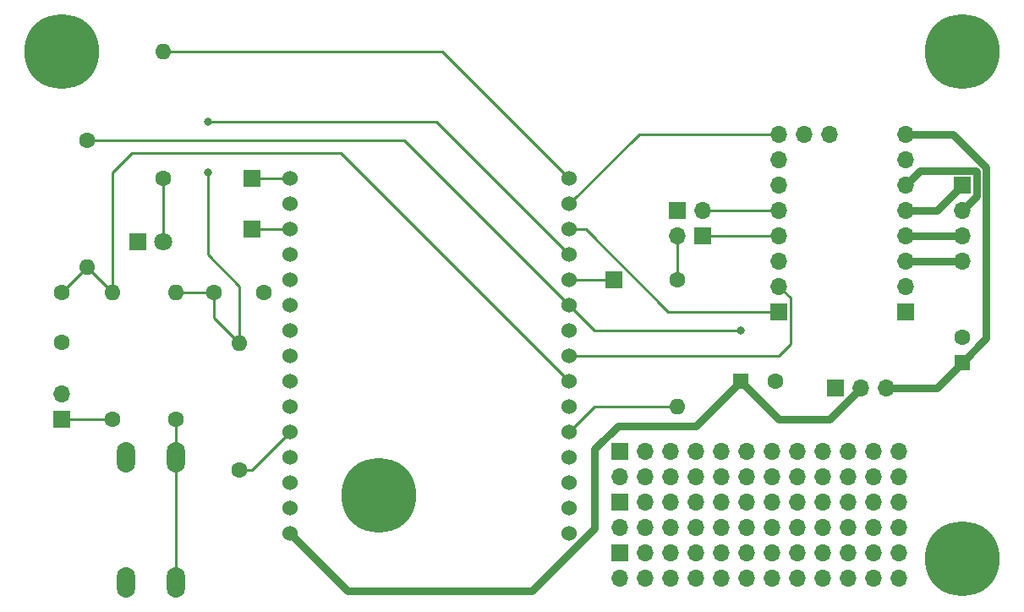
<source format=gbl>
G04 #@! TF.GenerationSoftware,KiCad,Pcbnew,(5.1.12)-1*
G04 #@! TF.CreationDate,2022-02-06T22:11:33+01:00*
G04 #@! TF.ProjectId,curtain_wiring,63757274-6169-46e5-9f77-6972696e672e,rev?*
G04 #@! TF.SameCoordinates,Original*
G04 #@! TF.FileFunction,Copper,L2,Bot*
G04 #@! TF.FilePolarity,Positive*
%FSLAX46Y46*%
G04 Gerber Fmt 4.6, Leading zero omitted, Abs format (unit mm)*
G04 Created by KiCad (PCBNEW (5.1.12)-1) date 2022-02-06 22:11:33*
%MOMM*%
%LPD*%
G01*
G04 APERTURE LIST*
G04 #@! TA.AperFunction,ComponentPad*
%ADD10R,1.700000X1.700000*%
G04 #@! TD*
G04 #@! TA.AperFunction,ComponentPad*
%ADD11O,1.700000X1.700000*%
G04 #@! TD*
G04 #@! TA.AperFunction,ComponentPad*
%ADD12C,1.600000*%
G04 #@! TD*
G04 #@! TA.AperFunction,ComponentPad*
%ADD13R,1.600000X1.600000*%
G04 #@! TD*
G04 #@! TA.AperFunction,ComponentPad*
%ADD14R,1.800000X1.800000*%
G04 #@! TD*
G04 #@! TA.AperFunction,ComponentPad*
%ADD15C,1.800000*%
G04 #@! TD*
G04 #@! TA.AperFunction,ComponentPad*
%ADD16C,4.700000*%
G04 #@! TD*
G04 #@! TA.AperFunction,ConnectorPad*
%ADD17C,7.500000*%
G04 #@! TD*
G04 #@! TA.AperFunction,ComponentPad*
%ADD18O,1.600000X1.600000*%
G04 #@! TD*
G04 #@! TA.AperFunction,ComponentPad*
%ADD19O,1.850000X3.048000*%
G04 #@! TD*
G04 #@! TA.AperFunction,ComponentPad*
%ADD20C,1.524000*%
G04 #@! TD*
G04 #@! TA.AperFunction,ViaPad*
%ADD21C,0.800000*%
G04 #@! TD*
G04 #@! TA.AperFunction,Conductor*
%ADD22C,0.250000*%
G04 #@! TD*
G04 #@! TA.AperFunction,Conductor*
%ADD23C,0.760000*%
G04 #@! TD*
G04 APERTURE END LIST*
D10*
X137160000Y-113665000D03*
D11*
X137160000Y-116205000D03*
X139700000Y-113665000D03*
X139700000Y-116205000D03*
X142240000Y-113665000D03*
X142240000Y-116205000D03*
X144780000Y-113665000D03*
X144780000Y-116205000D03*
X147320000Y-113665000D03*
X147320000Y-116205000D03*
X149860000Y-113665000D03*
X149860000Y-116205000D03*
X152400000Y-113665000D03*
X152400000Y-116205000D03*
X154940000Y-113665000D03*
X154940000Y-116205000D03*
X157480000Y-113665000D03*
X157480000Y-116205000D03*
X160020000Y-113665000D03*
X160020000Y-116205000D03*
X162560000Y-113665000D03*
X162560000Y-116205000D03*
X165100000Y-113665000D03*
X165100000Y-116205000D03*
D12*
X101520000Y-92710000D03*
X96520000Y-92710000D03*
X81280000Y-92710000D03*
X81280000Y-97710000D03*
X171450000Y-97195000D03*
D13*
X171450000Y-99695000D03*
D12*
X152725000Y-101600000D03*
D13*
X149225000Y-101600000D03*
D14*
X88900000Y-87630000D03*
D15*
X91440000Y-87630000D03*
D16*
X81280000Y-68580000D03*
D17*
X81280000Y-68580000D03*
X171450000Y-68580000D03*
D16*
X171450000Y-68580000D03*
X171450000Y-119380000D03*
D17*
X171450000Y-119380000D03*
X113030000Y-113030000D03*
D16*
X113030000Y-113030000D03*
D10*
X153035000Y-94615000D03*
D11*
X153035000Y-92075000D03*
X153035000Y-89535000D03*
X153035000Y-86995000D03*
X153035000Y-84455000D03*
X153035000Y-81915000D03*
X153035000Y-79375000D03*
X153035000Y-76835000D03*
X155575000Y-76835000D03*
X158115000Y-76835000D03*
X165735000Y-76835000D03*
X165735000Y-79375000D03*
X165735000Y-81915000D03*
X165735000Y-84455000D03*
X165735000Y-86995000D03*
X165735000Y-89535000D03*
X165735000Y-92075000D03*
D10*
X165735000Y-94615000D03*
X158750000Y-102235000D03*
D11*
X161290000Y-102235000D03*
X163830000Y-102235000D03*
D10*
X81280000Y-105410000D03*
D11*
X81280000Y-102870000D03*
D10*
X100330000Y-81280000D03*
X136525000Y-91440000D03*
X137160000Y-108585000D03*
D11*
X137160000Y-111125000D03*
X139700000Y-108585000D03*
X139700000Y-111125000D03*
X142240000Y-108585000D03*
X142240000Y-111125000D03*
X144780000Y-108585000D03*
X144780000Y-111125000D03*
X147320000Y-108585000D03*
X147320000Y-111125000D03*
X149860000Y-108585000D03*
X149860000Y-111125000D03*
X152400000Y-108585000D03*
X152400000Y-111125000D03*
X154940000Y-108585000D03*
X154940000Y-111125000D03*
X157480000Y-108585000D03*
X157480000Y-111125000D03*
X160020000Y-108585000D03*
X160020000Y-111125000D03*
X162560000Y-108585000D03*
X162560000Y-111125000D03*
X165100000Y-108585000D03*
X165100000Y-111125000D03*
X165100000Y-121285000D03*
X165100000Y-118745000D03*
X162560000Y-121285000D03*
X162560000Y-118745000D03*
X160020000Y-121285000D03*
X160020000Y-118745000D03*
X157480000Y-121285000D03*
X157480000Y-118745000D03*
X154940000Y-121285000D03*
X154940000Y-118745000D03*
X152400000Y-121285000D03*
X152400000Y-118745000D03*
X149860000Y-121285000D03*
X149860000Y-118745000D03*
X147320000Y-121285000D03*
X147320000Y-118745000D03*
X144780000Y-121285000D03*
X144780000Y-118745000D03*
X142240000Y-121285000D03*
X142240000Y-118745000D03*
X139700000Y-121285000D03*
X139700000Y-118745000D03*
X137160000Y-121285000D03*
D10*
X137160000Y-118745000D03*
X100330000Y-86360000D03*
X142875000Y-84455000D03*
D11*
X142875000Y-86995000D03*
X145415000Y-84455000D03*
D10*
X145415000Y-86995000D03*
X171450000Y-81915000D03*
D11*
X171450000Y-84455000D03*
X171450000Y-86995000D03*
X171450000Y-89535000D03*
D12*
X91440000Y-81280000D03*
D18*
X91440000Y-68580000D03*
X142875000Y-104140000D03*
D12*
X142875000Y-91440000D03*
D18*
X92710000Y-92710000D03*
D12*
X92710000Y-105410000D03*
D18*
X83820000Y-90170000D03*
D12*
X83820000Y-77470000D03*
X86360000Y-105410000D03*
D18*
X86360000Y-92710000D03*
D12*
X99060000Y-110490000D03*
D18*
X99060000Y-97790000D03*
D19*
X92710000Y-121720000D03*
X87710000Y-121720000D03*
X92710000Y-109220000D03*
X87710000Y-109220000D03*
D20*
X104140000Y-81280000D03*
X104140000Y-83820000D03*
X104140000Y-86360000D03*
X104140000Y-88900000D03*
X104140000Y-91440000D03*
X104140000Y-93980000D03*
X104140000Y-96520000D03*
X104140000Y-99060000D03*
X104140000Y-101600000D03*
X104140000Y-104140000D03*
X104140000Y-106680000D03*
X104140000Y-109220000D03*
X104140000Y-111760000D03*
X104140000Y-114300000D03*
X104140000Y-116840000D03*
X132080000Y-116840000D03*
X132080000Y-114300000D03*
X132080000Y-111760000D03*
X132080000Y-109220000D03*
X132080000Y-106680000D03*
X132080000Y-104140000D03*
X132080000Y-101600000D03*
X132080000Y-99060000D03*
X132080000Y-96520000D03*
X132080000Y-93980000D03*
X132080000Y-91440000D03*
X132080000Y-88900000D03*
X132080000Y-86360000D03*
X132080000Y-83820000D03*
X132080000Y-81280000D03*
D21*
X95885000Y-75565000D03*
X95885000Y-80645000D03*
X149225000Y-96520000D03*
D22*
X92710000Y-92710000D02*
X96520000Y-92710000D01*
X96520000Y-95250000D02*
X99060000Y-97790000D01*
X96520000Y-92710000D02*
X96520000Y-95250000D01*
X99060000Y-97790000D02*
X99060000Y-92075000D01*
X132080000Y-88900000D02*
X118745000Y-75565000D01*
X118745000Y-75565000D02*
X95885000Y-75565000D01*
X95885000Y-75565000D02*
X95885000Y-75565000D01*
X99060000Y-92075000D02*
X95885000Y-88900000D01*
X95885000Y-88900000D02*
X95885000Y-80645000D01*
X81280000Y-92710000D02*
X83820000Y-90170000D01*
X86360000Y-92710000D02*
X83820000Y-90170000D01*
X86360000Y-92710000D02*
X86360000Y-80645000D01*
X86360000Y-80645000D02*
X88265000Y-78740000D01*
X109220000Y-78740000D02*
X132080000Y-101600000D01*
X88265000Y-78740000D02*
X109220000Y-78740000D01*
D23*
X173840011Y-97304989D02*
X171450000Y-99695000D01*
X173840011Y-80203350D02*
X173840011Y-97304989D01*
X170471661Y-76835000D02*
X173840011Y-80203350D01*
X165735000Y-76835000D02*
X170471661Y-76835000D01*
X168910000Y-102235000D02*
X171450000Y-99695000D01*
X163830000Y-102235000D02*
X168910000Y-102235000D01*
X158115000Y-105410000D02*
X161290000Y-102235000D01*
X153035000Y-105410000D02*
X158115000Y-105410000D01*
X149225000Y-101600000D02*
X153035000Y-105410000D01*
X109855000Y-122555000D02*
X128351162Y-122555000D01*
X134620000Y-116286162D02*
X134620000Y-108380998D01*
X128351162Y-122555000D02*
X134620000Y-116286162D01*
X104140000Y-116840000D02*
X109855000Y-122555000D01*
X134620000Y-108380998D02*
X136955998Y-106045000D01*
X144780000Y-106045000D02*
X149225000Y-101600000D01*
X136955998Y-106045000D02*
X144780000Y-106045000D01*
D22*
X91440000Y-81280000D02*
X91440000Y-87630000D01*
X100330000Y-110490000D02*
X104140000Y-106680000D01*
X99060000Y-110490000D02*
X100330000Y-110490000D01*
X115570000Y-77470000D02*
X132080000Y-93980000D01*
X83820000Y-77470000D02*
X115570000Y-77470000D01*
X132080000Y-93980000D02*
X134620000Y-96520000D01*
X134620000Y-96520000D02*
X149225000Y-96520000D01*
X149225000Y-96520000D02*
X149225000Y-96520000D01*
D23*
X165735000Y-89535000D02*
X171450000Y-89535000D01*
X165735000Y-86995000D02*
X171450000Y-86995000D01*
X168910000Y-84455000D02*
X171450000Y-81915000D01*
X165735000Y-84455000D02*
X168910000Y-84455000D01*
X172880001Y-83024999D02*
X171450000Y-84455000D01*
X172880001Y-80600999D02*
X172880001Y-83024999D01*
X167165001Y-80484999D02*
X172764001Y-80484999D01*
X172764001Y-80484999D02*
X172880001Y-80600999D01*
X165735000Y-81915000D02*
X167165001Y-80484999D01*
D22*
X139065000Y-76835000D02*
X153035000Y-76835000D01*
X132080000Y-83820000D02*
X139065000Y-76835000D01*
X146685000Y-84455000D02*
X153035000Y-84455000D01*
X146685000Y-84455000D02*
X145415000Y-84455000D01*
X146685000Y-86995000D02*
X153035000Y-86995000D01*
X146685000Y-86995000D02*
X145415000Y-86995000D01*
X132080000Y-99060000D02*
X153035000Y-99060000D01*
X154210001Y-93250001D02*
X153035000Y-92075000D01*
X154210001Y-97884999D02*
X154210001Y-93250001D01*
X153035000Y-99060000D02*
X154210001Y-97884999D01*
X141985002Y-94615000D02*
X153035000Y-94615000D01*
X133730002Y-86360000D02*
X141985002Y-94615000D01*
X132080000Y-86360000D02*
X133730002Y-86360000D01*
X81280000Y-105410000D02*
X86360000Y-105410000D01*
X100330000Y-81280000D02*
X104140000Y-81280000D01*
X132080000Y-91440000D02*
X136525000Y-91440000D01*
X100330000Y-86360000D02*
X104140000Y-86360000D01*
X142875000Y-86995000D02*
X142875000Y-91440000D01*
X119380000Y-68580000D02*
X132080000Y-81280000D01*
X91440000Y-68580000D02*
X119380000Y-68580000D01*
X132080000Y-106680000D02*
X134620000Y-104140000D01*
X134620000Y-104140000D02*
X142875000Y-104140000D01*
X92710000Y-121720000D02*
X92710000Y-109220000D01*
X92710000Y-105410000D02*
X92710000Y-109220000D01*
M02*

</source>
